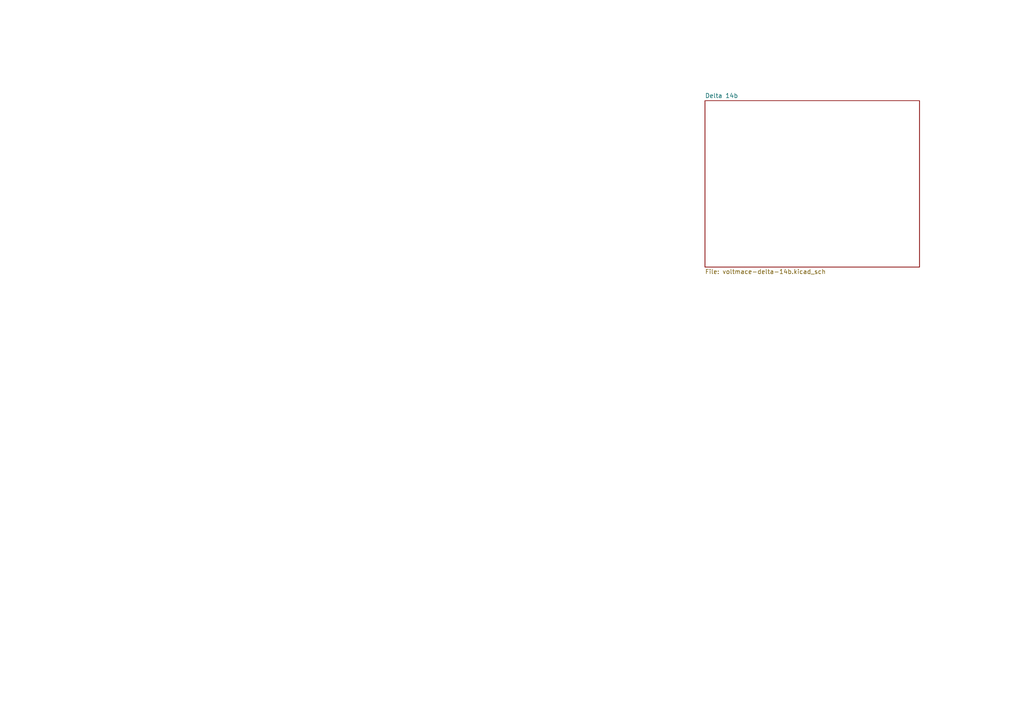
<source format=kicad_sch>
(kicad_sch
	(version 20250114)
	(generator "eeschema")
	(generator_version "9.0")
	(uuid "148e0ceb-efca-48fe-9d35-9803ba402dc8")
	(paper "A4")
	(lib_symbols)
	(sheet
		(at 204.47 29.21)
		(size 62.23 48.26)
		(exclude_from_sim no)
		(in_bom yes)
		(on_board yes)
		(dnp no)
		(fields_autoplaced yes)
		(stroke
			(width 0.1524)
			(type solid)
		)
		(fill
			(color 0 0 0 0.0000)
		)
		(uuid "b2803d4d-10bd-4088-a3d9-c185506ad2c5")
		(property "Sheetname" "Delta 14b"
			(at 204.47 28.4984 0)
			(effects
				(font
					(size 1.27 1.27)
				)
				(justify left bottom)
			)
		)
		(property "Sheetfile" "voltmace-delta-14b.kicad_sch"
			(at 204.47 78.0546 0)
			(effects
				(font
					(size 1.27 1.27)
				)
				(justify left top)
			)
		)
		(instances
			(project "SPItFIRE"
				(path "/148e0ceb-efca-48fe-9d35-9803ba402dc8"
					(page "2")
				)
			)
		)
	)
	(sheet_instances
		(path "/"
			(page "1")
		)
	)
	(embedded_fonts no)
)

</source>
